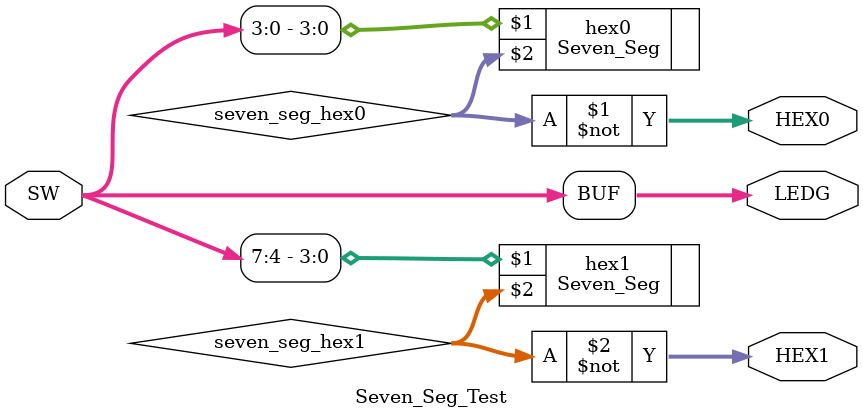
<source format=v>

module Seven_Seg_Test(SW, LEDG, HEX0, HEX1);
    input [7:0] SW;
    output [6:0] HEX0, HEX1;
	output [7:0] LEDG;

    wire [6:0] seven_seg_hex0;
	wire [6:0] seven_seg_hex1;
	
    assign LEDG = SW;
    assign HEX0 = ~seven_seg_hex0;
    assign HEX1 = ~seven_seg_hex1;

    Seven_Seg hex0 (SW [3:0], seven_seg_hex0);
    Seven_Seg hex1 (SW [7:4], seven_seg_hex1); 

endmodule 
</source>
